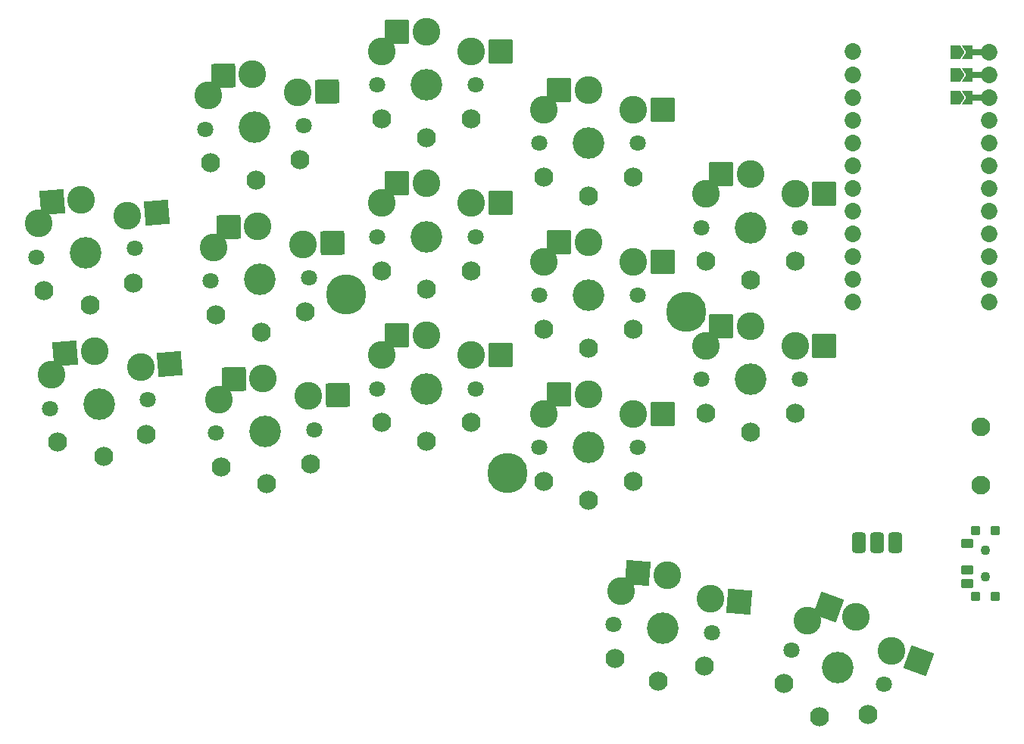
<source format=gbs>
%TF.GenerationSoftware,KiCad,Pcbnew,(6.0.4)*%
%TF.CreationDate,2022-06-21T01:29:20+02:00*%
%TF.ProjectId,battoota,62617474-6f6f-4746-912e-6b696361645f,v1.0.0*%
%TF.SameCoordinates,Original*%
%TF.FileFunction,Soldermask,Bot*%
%TF.FilePolarity,Negative*%
%FSLAX46Y46*%
G04 Gerber Fmt 4.6, Leading zero omitted, Abs format (unit mm)*
G04 Created by KiCad (PCBNEW (6.0.4)) date 2022-06-21 01:29:20*
%MOMM*%
%LPD*%
G01*
G04 APERTURE LIST*
G04 Aperture macros list*
%AMRoundRect*
0 Rectangle with rounded corners*
0 $1 Rounding radius*
0 $2 $3 $4 $5 $6 $7 $8 $9 X,Y pos of 4 corners*
0 Add a 4 corners polygon primitive as box body*
4,1,4,$2,$3,$4,$5,$6,$7,$8,$9,$2,$3,0*
0 Add four circle primitives for the rounded corners*
1,1,$1+$1,$2,$3*
1,1,$1+$1,$4,$5*
1,1,$1+$1,$6,$7*
1,1,$1+$1,$8,$9*
0 Add four rect primitives between the rounded corners*
20,1,$1+$1,$2,$3,$4,$5,0*
20,1,$1+$1,$4,$5,$6,$7,0*
20,1,$1+$1,$6,$7,$8,$9,0*
20,1,$1+$1,$8,$9,$2,$3,0*%
%AMFreePoly0*
4,1,16,0.685355,0.785355,0.700000,0.750000,0.691603,0.722265,0.210093,0.000000,0.691603,-0.722265,0.699029,-0.759806,0.677735,-0.791603,0.650000,-0.800000,-0.500000,-0.800000,-0.535355,-0.785355,-0.550000,-0.750000,-0.550000,0.750000,-0.535355,0.785355,-0.500000,0.800000,0.650000,0.800000,0.685355,0.785355,0.685355,0.785355,$1*%
%AMFreePoly1*
4,1,16,0.535355,0.785355,0.550000,0.750000,0.550000,-0.750000,0.535355,-0.785355,0.500000,-0.800000,-0.500000,-0.800000,-0.535355,-0.785355,-0.541603,-0.777735,-1.041603,-0.027735,-1.049029,0.009806,-1.041603,0.027735,-0.541603,0.777735,-0.509806,0.799029,-0.500000,0.800000,0.500000,0.800000,0.535355,0.785355,0.535355,0.785355,$1*%
G04 Aperture macros list end*
%ADD10RoundRect,0.425000X-0.375000X-0.750000X0.375000X-0.750000X0.375000X0.750000X-0.375000X0.750000X0*%
%ADD11C,2.100000*%
%ADD12C,1.801800*%
%ADD13C,3.100000*%
%ADD14C,3.529000*%
%ADD15C,2.132000*%
%ADD16RoundRect,0.050000X-1.253839X-1.344577X1.344577X-1.253839X1.253839X1.344577X-1.344577X1.253839X0*%
%ADD17RoundRect,0.050000X-1.300000X-1.300000X1.300000X-1.300000X1.300000X1.300000X-1.300000X1.300000X0*%
%ADD18RoundRect,0.050000X-1.666227X-0.776974X0.776974X-1.666227X1.666227X0.776974X-0.776974X1.666227X0*%
%ADD19RoundRect,0.050000X-0.450000X0.450000X-0.450000X-0.450000X0.450000X-0.450000X0.450000X0.450000X0*%
%ADD20C,1.100000*%
%ADD21RoundRect,0.050000X-0.625000X0.450000X-0.625000X-0.450000X0.625000X-0.450000X0.625000X0.450000X0*%
%ADD22RoundRect,0.050000X-1.181751X-1.408356X1.408356X-1.181751X1.181751X1.408356X-1.408356X1.181751X0*%
%ADD23RoundRect,0.050000X-1.408356X-1.181751X1.181751X-1.408356X1.408356X1.181751X-1.181751X1.408356X0*%
%ADD24C,1.852600*%
%ADD25FreePoly0,180.000000*%
%ADD26RoundRect,0.050000X-0.762000X0.250000X-0.762000X-0.250000X0.762000X-0.250000X0.762000X0.250000X0*%
%ADD27FreePoly1,180.000000*%
%ADD28C,4.500000*%
G04 APERTURE END LIST*
D10*
%TO.C,PAD1*%
X148871860Y62011381D03*
X146871860Y62011381D03*
X144871860Y62011381D03*
%TD*%
D11*
%TO.C,B1*%
X158496000Y74930000D03*
X158496000Y68430000D03*
%TD*%
D12*
%TO.C,S11*%
X71773275Y108266500D03*
D13*
X77062273Y114404822D03*
D14*
X77269925Y108458447D03*
D13*
X82136006Y112380659D03*
X72142098Y112031664D03*
D12*
X82766575Y108650394D03*
D15*
X72405589Y104486264D03*
X82399497Y104835259D03*
D16*
X73789267Y114290527D03*
D15*
X77475832Y102562041D03*
D16*
X85409011Y112494955D03*
%TD*%
D14*
%TO.C,S15*%
X96495817Y96246989D03*
D13*
X96495817Y102196989D03*
D12*
X90995817Y96246989D03*
D13*
X101495817Y99996988D03*
X91495817Y99996988D03*
D12*
X101995817Y96246989D03*
D15*
X91495817Y92446989D03*
X101495817Y92446989D03*
D17*
X93220816Y102196989D03*
X104770817Y99996988D03*
D15*
X96495817Y90346989D03*
%TD*%
D13*
%TO.C,S21*%
X114611087Y95636017D03*
D12*
X109111087Y89686017D03*
X120111087Y89686017D03*
D13*
X109611087Y93436016D03*
X119611087Y93436016D03*
D14*
X114611087Y89686017D03*
D15*
X109611087Y85886017D03*
X119611087Y85886017D03*
D17*
X111336086Y95636017D03*
D15*
X114611087Y83786017D03*
D17*
X122886087Y93436016D03*
%TD*%
D12*
%TO.C,S29*%
X138218280Y97278852D03*
D13*
X137718280Y101028851D03*
X127718280Y101028851D03*
D12*
X127218280Y97278852D03*
D14*
X132718280Y97278852D03*
D13*
X132718280Y103228852D03*
D17*
X129443279Y103228852D03*
D15*
X127718280Y93478852D03*
X137718280Y93478852D03*
X132718280Y91378852D03*
D17*
X140993280Y101028851D03*
%TD*%
D13*
%TO.C,S33*%
X148480391Y49902477D03*
D12*
X147667662Y46207620D03*
D13*
X144534373Y53679902D03*
D12*
X137331044Y49969842D03*
D13*
X139083465Y53322678D03*
D14*
X142499353Y48088731D03*
D18*
X141456879Y54800018D03*
D15*
X145898140Y42807798D03*
X136501213Y46228000D03*
D18*
X151557885Y48782361D03*
D15*
X140481434Y42544545D03*
%TD*%
D14*
%TO.C,S7*%
X78456509Y74479159D03*
D13*
X78248857Y80425534D03*
X73328682Y78052376D03*
X83322590Y78401371D03*
D12*
X72959859Y74287212D03*
X83953159Y74671106D03*
D16*
X74975851Y80311239D03*
D15*
X83586081Y70855971D03*
X73592173Y70506976D03*
D16*
X86595595Y78515667D03*
D15*
X78662416Y68582753D03*
%TD*%
D19*
%TO.C,T2*%
X160104000Y55990000D03*
X160104000Y63390000D03*
X157904000Y55990000D03*
X157904000Y63390000D03*
D20*
X159004000Y61190000D03*
X159004000Y58190000D03*
D21*
X156929000Y61940000D03*
X156929000Y58940000D03*
X156929000Y57440000D03*
%TD*%
D12*
%TO.C,S5*%
X52940861Y93963998D03*
D14*
X58419932Y94443355D03*
D12*
X63899003Y94922712D03*
D13*
X57901355Y100370713D03*
X63074072Y98614863D03*
X53112125Y97743305D03*
D15*
X53770150Y90222036D03*
D22*
X54638817Y100085278D03*
D15*
X63732097Y91093594D03*
X58934151Y88565806D03*
D22*
X66336609Y98900298D03*
%TD*%
D14*
%TO.C,S27*%
X132718280Y80278852D03*
D12*
X127218280Y80278852D03*
D13*
X127718280Y84028851D03*
D12*
X138218280Y80278852D03*
D13*
X137718280Y84028851D03*
X132718280Y86228852D03*
D15*
X137718280Y76478852D03*
D17*
X129443279Y86228852D03*
D15*
X127718280Y76478852D03*
X132718280Y74378852D03*
D17*
X140993280Y84028851D03*
%TD*%
D12*
%TO.C,S9*%
X83359867Y91660750D03*
D13*
X82729298Y95391015D03*
D14*
X77863217Y91468803D03*
D13*
X72735390Y95042020D03*
X77655565Y97415178D03*
D12*
X72366567Y91276856D03*
D15*
X72998881Y87496620D03*
D16*
X74382559Y97300883D03*
D15*
X82992789Y87845615D03*
D16*
X86002303Y95505311D03*
D15*
X78069124Y85572397D03*
%TD*%
D12*
%TO.C,S13*%
X90995817Y79246989D03*
D14*
X96495817Y79246989D03*
D13*
X96495817Y85196989D03*
X91495817Y82996988D03*
D12*
X101995817Y79246989D03*
D13*
X101495817Y82996988D03*
D15*
X91495817Y75446989D03*
D17*
X93220816Y85196989D03*
D15*
X101495817Y75446989D03*
X96495817Y73346989D03*
D17*
X104770817Y82996988D03*
%TD*%
D12*
%TO.C,S17*%
X101995818Y113246989D03*
D13*
X91495818Y116996988D03*
X96495818Y119196989D03*
D14*
X96495818Y113246989D03*
D12*
X90995818Y113246989D03*
D13*
X101495818Y116996988D03*
D17*
X93220817Y119196989D03*
D15*
X91495818Y109446989D03*
X101495818Y109446989D03*
D17*
X104770818Y116996988D03*
D15*
X96495818Y107346989D03*
%TD*%
D12*
%TO.C,S31*%
X128389091Y51952225D03*
D13*
X118255880Y56603090D03*
D12*
X117430949Y52910939D03*
D13*
X128217827Y55731532D03*
X123428597Y58358940D03*
D14*
X122910020Y52431582D03*
D23*
X120166058Y58644376D03*
D15*
X127559802Y48210263D03*
X117597855Y49081821D03*
X122395801Y46554033D03*
D23*
X131480365Y55446097D03*
%TD*%
D24*
%TO.C,MCU1*%
X159385000Y114343254D03*
D25*
X157051477Y114343254D03*
D24*
X159385000Y111803254D03*
D26*
X158001477Y116883254D03*
D24*
X144145000Y111803254D03*
D26*
X158001477Y114343254D03*
X158001477Y111803254D03*
D25*
X157051477Y111803254D03*
X157051477Y116883254D03*
D24*
X144145000Y116967000D03*
X159385000Y116883254D03*
X144145000Y114343254D03*
D27*
X155601477Y116883254D03*
X155601477Y114343254D03*
X155601477Y111803254D03*
D24*
X144145000Y109263254D03*
X144145000Y106723254D03*
X144145000Y104183254D03*
X144145000Y101643254D03*
X144145000Y99103254D03*
X144145000Y96563254D03*
X144145000Y94023254D03*
X144145000Y91483254D03*
X144145000Y88943254D03*
X159385000Y109263254D03*
X159385000Y106723254D03*
X159385000Y104183254D03*
X159385000Y101643254D03*
X159385000Y99103254D03*
X159385000Y96563254D03*
X159385000Y94023254D03*
X159385000Y91483254D03*
X159385000Y88943254D03*
%TD*%
D12*
%TO.C,S3*%
X65380650Y77987400D03*
D13*
X54593772Y80807993D03*
X59383002Y83435401D03*
X64555719Y81679551D03*
D12*
X54422508Y77028686D03*
D14*
X59901579Y77508043D03*
D15*
X55251797Y73286724D03*
X65213744Y74158282D03*
D22*
X56120464Y83149966D03*
X67818256Y81964986D03*
D15*
X60415798Y71630494D03*
%TD*%
D28*
%TO.C,REF\u002A\u002A*%
X105551085Y69808481D03*
X125571978Y87835374D03*
X87524192Y89829374D03*
%TD*%
D13*
%TO.C,S23*%
X119611087Y110436016D03*
X109611087Y110436016D03*
X114611087Y112636017D03*
D12*
X109111087Y106686017D03*
D14*
X114611087Y106686017D03*
D12*
X120111087Y106686017D03*
D15*
X109611087Y102886017D03*
X119611087Y102886017D03*
D17*
X111336086Y112636017D03*
D15*
X114611087Y100786017D03*
D17*
X122886087Y110436016D03*
%TD*%
D13*
%TO.C,S19*%
X109611087Y76436016D03*
D12*
X120111087Y72686017D03*
X109111087Y72686017D03*
D14*
X114611087Y72686017D03*
D13*
X114611087Y78636017D03*
X119611087Y76436016D03*
D15*
X109611087Y68886017D03*
X119611087Y68886017D03*
D17*
X111336086Y78636017D03*
X122886087Y76436016D03*
D15*
X114611087Y66786017D03*
%TD*%
M02*

</source>
